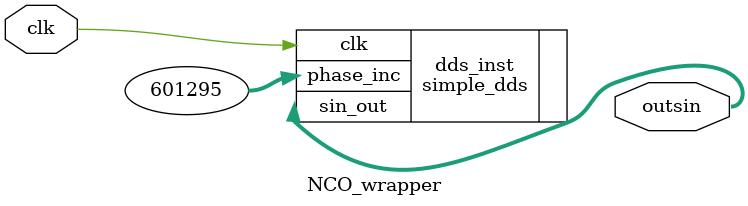
<source format=v>
module NCO_wrapper(
    input  wire clk,
    output wire [11:0] outsin
);

    // For 7 kHz @ 50 MHz
    localparam PHASE_INC = 32'd601295;  

    simple_dds dds_inst (
        .clk(clk),
        .phase_inc(PHASE_INC),
        .sin_out(outsin)
    );

endmodule
</source>
